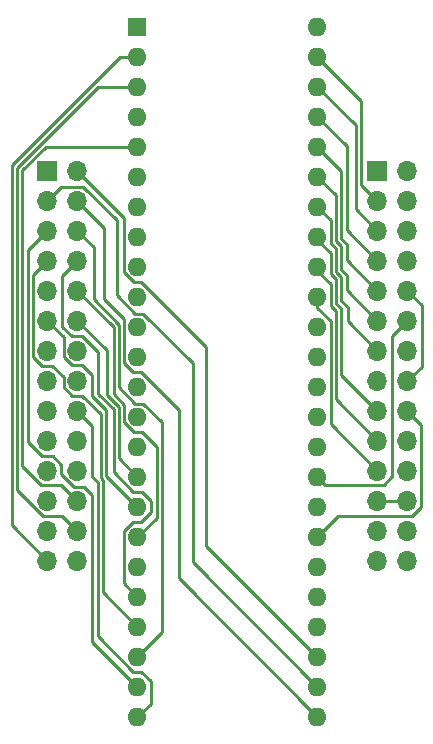
<source format=gbr>
G04 #@! TF.GenerationSoftware,KiCad,Pcbnew,7.0.6-7.0.6~ubuntu23.04.1*
G04 #@! TF.CreationDate,2023-07-23T13:01:14+01:00*
G04 #@! TF.ProjectId,WIZnet adapter,57495a6e-6574-4206-9164-61707465722e,rev?*
G04 #@! TF.SameCoordinates,Original*
G04 #@! TF.FileFunction,Copper,L1,Top*
G04 #@! TF.FilePolarity,Positive*
%FSLAX46Y46*%
G04 Gerber Fmt 4.6, Leading zero omitted, Abs format (unit mm)*
G04 Created by KiCad (PCBNEW 7.0.6-7.0.6~ubuntu23.04.1) date 2023-07-23 13:01:14*
%MOMM*%
%LPD*%
G01*
G04 APERTURE LIST*
G04 #@! TA.AperFunction,ComponentPad*
%ADD10R,1.700000X1.700000*%
G04 #@! TD*
G04 #@! TA.AperFunction,ComponentPad*
%ADD11O,1.700000X1.700000*%
G04 #@! TD*
G04 #@! TA.AperFunction,ComponentPad*
%ADD12R,1.600000X1.600000*%
G04 #@! TD*
G04 #@! TA.AperFunction,ComponentPad*
%ADD13O,1.600000X1.600000*%
G04 #@! TD*
G04 #@! TA.AperFunction,Conductor*
%ADD14C,0.250000*%
G04 #@! TD*
G04 APERTURE END LIST*
D10*
X108458000Y-66040000D03*
D11*
X110998000Y-66040000D03*
X108458000Y-68580000D03*
X110998000Y-68580000D03*
X108458000Y-71120000D03*
X110998000Y-71120000D03*
X108458000Y-73660000D03*
X110998000Y-73660000D03*
X108458000Y-76200000D03*
X110998000Y-76200000D03*
X108458000Y-78740000D03*
X110998000Y-78740000D03*
X108458000Y-81280000D03*
X110998000Y-81280000D03*
X108458000Y-83820000D03*
X110998000Y-83820000D03*
X108458000Y-86360000D03*
X110998000Y-86360000D03*
X108458000Y-88900000D03*
X110998000Y-88900000D03*
X108458000Y-91440000D03*
X110998000Y-91440000D03*
X108458000Y-93980000D03*
X110998000Y-93980000D03*
X108458000Y-96520000D03*
X110998000Y-96520000D03*
X108458000Y-99060000D03*
X110998000Y-99060000D03*
X138938000Y-99060000D03*
X136398000Y-99060000D03*
X138938000Y-96520000D03*
X136398000Y-96520000D03*
X138938000Y-93980000D03*
X136398000Y-93980000D03*
X138938000Y-91440000D03*
X136398000Y-91440000D03*
X138938000Y-88900000D03*
X136398000Y-88900000D03*
X138938000Y-86360000D03*
X136398000Y-86360000D03*
X138938000Y-83820000D03*
X136398000Y-83820000D03*
X138938000Y-81280000D03*
X136398000Y-81280000D03*
X138938000Y-78740000D03*
X136398000Y-78740000D03*
X138938000Y-76200000D03*
X136398000Y-76200000D03*
X138938000Y-73660000D03*
X136398000Y-73660000D03*
X138938000Y-71120000D03*
X136398000Y-71120000D03*
X138938000Y-68580000D03*
X136398000Y-68580000D03*
X138938000Y-66040000D03*
D10*
X136398000Y-66040000D03*
D12*
X116078000Y-53848000D03*
D13*
X131318000Y-112268000D03*
X116078000Y-56388000D03*
X131318000Y-109728000D03*
X116078000Y-58928000D03*
X131318000Y-107188000D03*
X116078000Y-61468000D03*
X131318000Y-104648000D03*
X116078000Y-64008000D03*
X131318000Y-102108000D03*
X116078000Y-66548000D03*
X131318000Y-99568000D03*
X116078000Y-69088000D03*
X131318000Y-97028000D03*
X116078000Y-71628000D03*
X131318000Y-94488000D03*
X116078000Y-74168000D03*
X131318000Y-91948000D03*
X116078000Y-76708000D03*
X131318000Y-89408000D03*
X116078000Y-79248000D03*
X131318000Y-86868000D03*
X116078000Y-81788000D03*
X131318000Y-84328000D03*
X116078000Y-84328000D03*
X131318000Y-81788000D03*
X116078000Y-86868000D03*
X131318000Y-79248000D03*
X116078000Y-89408000D03*
X131318000Y-76708000D03*
X116078000Y-91948000D03*
X131318000Y-74168000D03*
X116078000Y-94488000D03*
X131318000Y-71628000D03*
X116078000Y-97028000D03*
X131318000Y-69088000D03*
X116078000Y-99568000D03*
X131318000Y-66548000D03*
X116078000Y-102108000D03*
X131318000Y-64008000D03*
X116078000Y-104648000D03*
X131318000Y-61468000D03*
X116078000Y-107188000D03*
X131318000Y-58928000D03*
X116078000Y-109728000D03*
X131318000Y-56388000D03*
X116078000Y-112268000D03*
X131318000Y-53848000D03*
D14*
X131318000Y-107188000D02*
X121919700Y-97789700D01*
X121919700Y-97789700D02*
X121919700Y-80956600D01*
X121919700Y-80956600D02*
X116401100Y-75438000D01*
X116401100Y-75438000D02*
X115756500Y-75438000D01*
X115756500Y-75438000D02*
X114952700Y-74634200D01*
X114952700Y-74634200D02*
X114952700Y-69994700D01*
X114952700Y-69994700D02*
X110998000Y-66040000D01*
X108458000Y-68580000D02*
X109638300Y-67399700D01*
X109638300Y-67399700D02*
X111484100Y-67399700D01*
X111484100Y-67399700D02*
X114315800Y-70231400D01*
X114315800Y-70231400D02*
X114315800Y-76583500D01*
X114315800Y-76583500D02*
X115855000Y-78122700D01*
X115855000Y-78122700D02*
X116544200Y-78122700D01*
X116544200Y-78122700D02*
X120743000Y-82321500D01*
X120743000Y-82321500D02*
X120743000Y-99153000D01*
X120743000Y-99153000D02*
X131318000Y-109728000D01*
X131318000Y-112268000D02*
X119601700Y-100551700D01*
X119601700Y-100551700D02*
X119601700Y-86255100D01*
X119601700Y-86255100D02*
X116404600Y-83058000D01*
X116404600Y-83058000D02*
X115714600Y-83058000D01*
X115714600Y-83058000D02*
X114952700Y-82296100D01*
X114952700Y-82296100D02*
X114952700Y-78594300D01*
X114952700Y-78594300D02*
X113272000Y-76913600D01*
X113272000Y-76913600D02*
X113272000Y-70854000D01*
X113272000Y-70854000D02*
X110998000Y-68580000D01*
X116078000Y-109728000D02*
X112250300Y-105900300D01*
X112250300Y-105900300D02*
X112250300Y-93497300D01*
X112250300Y-93497300D02*
X111557600Y-92804600D01*
X111557600Y-92804600D02*
X110693200Y-92804600D01*
X110693200Y-92804600D02*
X109633400Y-91744800D01*
X109633400Y-91744800D02*
X109633400Y-90914400D01*
X109633400Y-90914400D02*
X108889000Y-90170000D01*
X108889000Y-90170000D02*
X107985300Y-90170000D01*
X107985300Y-90170000D02*
X106794500Y-88979200D01*
X106794500Y-88979200D02*
X106794500Y-72783500D01*
X106794500Y-72783500D02*
X108458000Y-71120000D01*
X110998000Y-71120000D02*
X112362600Y-72484600D01*
X112362600Y-72484600D02*
X112362600Y-76927700D01*
X112362600Y-76927700D02*
X114502300Y-79067400D01*
X114502300Y-79067400D02*
X114502300Y-84344300D01*
X114502300Y-84344300D02*
X115900600Y-85742600D01*
X115900600Y-85742600D02*
X116561100Y-85742600D01*
X116561100Y-85742600D02*
X118141700Y-87323200D01*
X118141700Y-87323200D02*
X118141700Y-105124300D01*
X118141700Y-105124300D02*
X116078000Y-107188000D01*
X108458000Y-73660000D02*
X107245800Y-74872200D01*
X107245800Y-74872200D02*
X107245800Y-81826600D01*
X107245800Y-81826600D02*
X107969200Y-82550000D01*
X107969200Y-82550000D02*
X108852200Y-82550000D01*
X108852200Y-82550000D02*
X109822600Y-83520400D01*
X109822600Y-83520400D02*
X109822600Y-84365000D01*
X109822600Y-84365000D02*
X110547600Y-85090000D01*
X110547600Y-85090000D02*
X111420200Y-85090000D01*
X111420200Y-85090000D02*
X112992000Y-86661800D01*
X112992000Y-86661800D02*
X112992000Y-92038900D01*
X112992000Y-92038900D02*
X113151100Y-92198000D01*
X113151100Y-92198000D02*
X113151100Y-101721100D01*
X113151100Y-101721100D02*
X116078000Y-104648000D01*
X116078000Y-102108000D02*
X114946700Y-100976700D01*
X114946700Y-100976700D02*
X114946700Y-96542200D01*
X114946700Y-96542200D02*
X115730900Y-95758000D01*
X115730900Y-95758000D02*
X116406000Y-95758000D01*
X116406000Y-95758000D02*
X117241000Y-94923000D01*
X117241000Y-94923000D02*
X117241000Y-94012000D01*
X117241000Y-94012000D02*
X116447000Y-93218000D01*
X116447000Y-93218000D02*
X115695400Y-93218000D01*
X115695400Y-93218000D02*
X114051600Y-91574200D01*
X114051600Y-91574200D02*
X114051600Y-86231500D01*
X114051600Y-86231500D02*
X112772200Y-84952100D01*
X112772200Y-84952100D02*
X112772200Y-81387800D01*
X112772200Y-81387800D02*
X111394400Y-80010000D01*
X111394400Y-80010000D02*
X110493600Y-80010000D01*
X110493600Y-80010000D02*
X109728000Y-79244400D01*
X109728000Y-79244400D02*
X109728000Y-74930000D01*
X109728000Y-74930000D02*
X110998000Y-73660000D01*
X110998000Y-76200000D02*
X114052000Y-79254000D01*
X114052000Y-79254000D02*
X114052000Y-84958000D01*
X114052000Y-84958000D02*
X114952300Y-85858300D01*
X114952300Y-85858300D02*
X114952300Y-87340500D01*
X114952300Y-87340500D02*
X115749800Y-88138000D01*
X115749800Y-88138000D02*
X116447000Y-88138000D01*
X116447000Y-88138000D02*
X117691400Y-89382400D01*
X117691400Y-89382400D02*
X117691400Y-95414600D01*
X117691400Y-95414600D02*
X116078000Y-97028000D01*
X108458000Y-78740000D02*
X109822600Y-80104600D01*
X109822600Y-80104600D02*
X109822600Y-81769400D01*
X109822600Y-81769400D02*
X110508600Y-82455400D01*
X110508600Y-82455400D02*
X111355800Y-82455400D01*
X111355800Y-82455400D02*
X112250800Y-83350400D01*
X112250800Y-83350400D02*
X112250800Y-85067600D01*
X112250800Y-85067600D02*
X113442300Y-86259100D01*
X113442300Y-86259100D02*
X113442300Y-91852300D01*
X113442300Y-91852300D02*
X116078000Y-94488000D01*
X116078000Y-91948000D02*
X114502000Y-90372000D01*
X114502000Y-90372000D02*
X114502000Y-86045000D01*
X114502000Y-86045000D02*
X113502700Y-85045700D01*
X113502700Y-85045700D02*
X113502700Y-81244700D01*
X113502700Y-81244700D02*
X110998000Y-78740000D01*
X110998000Y-86360000D02*
X112250500Y-87612500D01*
X112250500Y-87612500D02*
X112250500Y-91934300D01*
X112250500Y-91934300D02*
X112700700Y-92384500D01*
X112700700Y-92384500D02*
X112700700Y-105435100D01*
X112700700Y-105435100D02*
X115723600Y-108458000D01*
X115723600Y-108458000D02*
X116405500Y-108458000D01*
X116405500Y-108458000D02*
X117203400Y-109255900D01*
X117203400Y-109255900D02*
X117203400Y-111142600D01*
X117203400Y-111142600D02*
X116078000Y-112268000D01*
X136398000Y-93980000D02*
X138938000Y-93980000D01*
X138938000Y-76200000D02*
X140132000Y-77394000D01*
X140132000Y-77394000D02*
X140132000Y-82626000D01*
X140132000Y-82626000D02*
X138938000Y-83820000D01*
X116078000Y-64008000D02*
X108308800Y-64008000D01*
X108308800Y-64008000D02*
X106338700Y-65978100D01*
X106338700Y-65978100D02*
X106338700Y-91012600D01*
X106338700Y-91012600D02*
X107941500Y-92615400D01*
X107941500Y-92615400D02*
X109633400Y-92615400D01*
X109633400Y-92615400D02*
X110998000Y-93980000D01*
X116078000Y-58928000D02*
X112751800Y-58928000D01*
X112751800Y-58928000D02*
X105888300Y-65791500D01*
X105888300Y-65791500D02*
X105888300Y-93075100D01*
X105888300Y-93075100D02*
X108063200Y-95250000D01*
X108063200Y-95250000D02*
X109728000Y-95250000D01*
X109728000Y-95250000D02*
X110998000Y-96520000D01*
X116078000Y-56388000D02*
X114629700Y-56388000D01*
X114629700Y-56388000D02*
X105437900Y-65579800D01*
X105437900Y-65579800D02*
X105437900Y-96039900D01*
X105437900Y-96039900D02*
X108458000Y-99060000D01*
X131318000Y-76708000D02*
X131318000Y-77656500D01*
X131318000Y-77656500D02*
X132443300Y-78781800D01*
X132443300Y-78781800D02*
X132443300Y-87485300D01*
X132443300Y-87485300D02*
X136398000Y-91440000D01*
X136398000Y-88900000D02*
X132893700Y-85395700D01*
X132893700Y-85395700D02*
X132893700Y-77905500D01*
X132893700Y-77905500D02*
X132443400Y-77455200D01*
X132443400Y-77455200D02*
X132443400Y-75645700D01*
X132443400Y-75645700D02*
X131318000Y-74520300D01*
X131318000Y-74520300D02*
X131318000Y-74168000D01*
X131318000Y-97028000D02*
X133096000Y-95250000D01*
X133096000Y-95250000D02*
X139338500Y-95250000D01*
X139338500Y-95250000D02*
X140121800Y-94466700D01*
X140121800Y-94466700D02*
X140121800Y-87543800D01*
X140121800Y-87543800D02*
X138938000Y-86360000D01*
X136398000Y-86360000D02*
X133344000Y-83306000D01*
X133344000Y-83306000D02*
X133344000Y-77718800D01*
X133344000Y-77718800D02*
X132893700Y-77268500D01*
X132893700Y-77268500D02*
X132893700Y-75234200D01*
X132893700Y-75234200D02*
X132443400Y-74783900D01*
X132443400Y-74783900D02*
X132443400Y-73035300D01*
X132443400Y-73035300D02*
X131318000Y-71909900D01*
X131318000Y-71909900D02*
X131318000Y-71628000D01*
X131318000Y-69088000D02*
X132443400Y-70213400D01*
X132443400Y-70213400D02*
X132443400Y-72173500D01*
X132443400Y-72173500D02*
X132893700Y-72623800D01*
X132893700Y-72623800D02*
X132893700Y-74597200D01*
X132893700Y-74597200D02*
X133344000Y-75047500D01*
X133344000Y-75047500D02*
X133344000Y-77081900D01*
X133344000Y-77081900D02*
X133867400Y-77605300D01*
X133867400Y-77605300D02*
X133867400Y-78749400D01*
X133867400Y-78749400D02*
X136398000Y-81280000D01*
X131318000Y-91948000D02*
X131985400Y-92615400D01*
X131985400Y-92615400D02*
X136957700Y-92615400D01*
X136957700Y-92615400D02*
X137668000Y-91905100D01*
X137668000Y-91905100D02*
X137668000Y-80010000D01*
X137668000Y-80010000D02*
X138938000Y-78740000D01*
X136398000Y-78740000D02*
X133794300Y-76136300D01*
X133794300Y-76136300D02*
X133794300Y-74860900D01*
X133794300Y-74860900D02*
X133344000Y-74410600D01*
X133344000Y-74410600D02*
X133344000Y-72437100D01*
X133344000Y-72437100D02*
X132893700Y-71986800D01*
X132893700Y-71986800D02*
X132893700Y-68123700D01*
X132893700Y-68123700D02*
X131318000Y-66548000D01*
X136398000Y-76200000D02*
X133794300Y-73596300D01*
X133794300Y-73596300D02*
X133794300Y-72250500D01*
X133794300Y-72250500D02*
X133344000Y-71800200D01*
X133344000Y-71800200D02*
X133344000Y-66034000D01*
X133344000Y-66034000D02*
X131318000Y-64008000D01*
X131318000Y-61468000D02*
X133794300Y-63944300D01*
X133794300Y-63944300D02*
X133794300Y-71056300D01*
X133794300Y-71056300D02*
X136398000Y-73660000D01*
X131318000Y-58928000D02*
X134574400Y-62184400D01*
X134574400Y-62184400D02*
X134574400Y-69296400D01*
X134574400Y-69296400D02*
X136398000Y-71120000D01*
X136398000Y-68580000D02*
X135033400Y-67215400D01*
X135033400Y-67215400D02*
X135033400Y-60103400D01*
X135033400Y-60103400D02*
X131318000Y-56388000D01*
M02*

</source>
